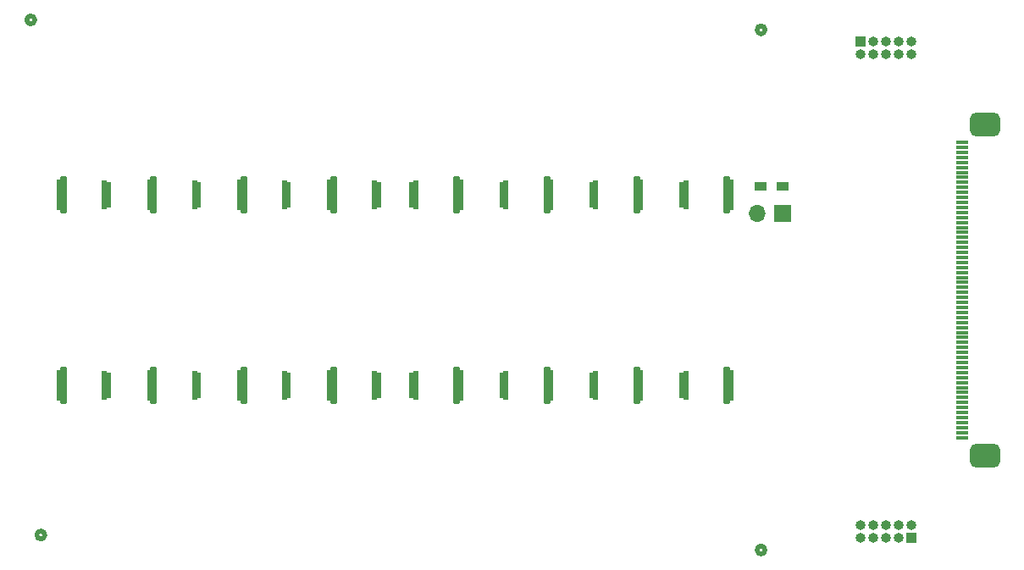
<source format=gts>
G04 #@! TF.GenerationSoftware,KiCad,Pcbnew,(6.0.5-0)*
G04 #@! TF.CreationDate,2023-01-18T02:45:55+09:00*
G04 #@! TF.ProjectId,photo-single,70686f74-6f2d-4736-996e-676c652e6b69,rev?*
G04 #@! TF.SameCoordinates,Original*
G04 #@! TF.FileFunction,Soldermask,Top*
G04 #@! TF.FilePolarity,Negative*
%FSLAX46Y46*%
G04 Gerber Fmt 4.6, Leading zero omitted, Abs format (unit mm)*
G04 Created by KiCad (PCBNEW (6.0.5-0)) date 2023-01-18 02:45:55*
%MOMM*%
%LPD*%
G01*
G04 APERTURE LIST*
G04 Aperture macros list*
%AMRoundRect*
0 Rectangle with rounded corners*
0 $1 Rounding radius*
0 $2 $3 $4 $5 $6 $7 $8 $9 X,Y pos of 4 corners*
0 Add a 4 corners polygon primitive as box body*
4,1,4,$2,$3,$4,$5,$6,$7,$8,$9,$2,$3,0*
0 Add four circle primitives for the rounded corners*
1,1,$1+$1,$2,$3*
1,1,$1+$1,$4,$5*
1,1,$1+$1,$6,$7*
1,1,$1+$1,$8,$9*
0 Add four rect primitives between the rounded corners*
20,1,$1+$1,$2,$3,$4,$5,0*
20,1,$1+$1,$4,$5,$6,$7,0*
20,1,$1+$1,$6,$7,$8,$9,0*
20,1,$1+$1,$8,$9,$2,$3,0*%
G04 Aperture macros list end*
%ADD10C,0.475000*%
%ADD11RoundRect,0.030000X0.265000X1.780000X-0.265000X1.780000X-0.265000X-1.780000X0.265000X-1.780000X0*%
%ADD12RoundRect,0.180000X0.270000X1.370000X-0.270000X1.370000X-0.270000X-1.370000X0.270000X-1.370000X0*%
%ADD13RoundRect,0.030000X0.205000X1.420000X-0.205000X1.420000X-0.205000X-1.420000X0.205000X-1.420000X0*%
%ADD14RoundRect,0.180000X0.270000X1.120000X-0.270000X1.120000X-0.270000X-1.120000X0.270000X-1.120000X0*%
%ADD15RoundRect,0.030000X-0.265000X-1.780000X0.265000X-1.780000X0.265000X1.780000X-0.265000X1.780000X0*%
%ADD16RoundRect,0.180000X-0.270000X-1.370000X0.270000X-1.370000X0.270000X1.370000X-0.270000X1.370000X0*%
%ADD17RoundRect,0.180000X-0.270000X-1.120000X0.270000X-1.120000X0.270000X1.120000X-0.270000X1.120000X0*%
%ADD18RoundRect,0.030000X-0.205000X-1.420000X0.205000X-1.420000X0.205000X1.420000X-0.205000X1.420000X0*%
%ADD19R,1.700000X1.700000*%
%ADD20O,1.700000X1.700000*%
%ADD21R,1.000000X1.000000*%
%ADD22O,1.000000X1.000000*%
%ADD23RoundRect,0.072295X0.552705X-0.072295X0.552705X0.072295X-0.552705X0.072295X-0.552705X-0.072295X0*%
%ADD24RoundRect,0.600000X0.899999X-0.600000X0.899999X0.600000X-0.899999X0.600000X-0.899999X-0.600000X0*%
%ADD25R,1.200000X0.900000*%
G04 APERTURE END LIST*
D10*
X149636000Y-76000000D02*
G75*
G03*
X149636000Y-76000000I-400000J0D01*
G01*
X77636000Y-126500000D02*
G75*
G03*
X77636000Y-126500000I-400000J0D01*
G01*
X149636000Y-128000000D02*
G75*
G03*
X149636000Y-128000000I-400000J0D01*
G01*
X76636000Y-75000000D02*
G75*
G03*
X76636000Y-75000000I-400000J0D01*
G01*
D11*
X136812219Y-92502066D03*
D12*
X137032219Y-92502066D03*
D13*
X132717219Y-92502066D03*
D14*
X132502219Y-92502066D03*
D12*
X128032219Y-92502066D03*
D11*
X127812219Y-92502066D03*
D14*
X123502219Y-92502066D03*
D13*
X123717219Y-92502066D03*
D11*
X118812219Y-92502066D03*
D12*
X119032219Y-92502066D03*
D14*
X114502219Y-92502066D03*
D13*
X114717219Y-92502066D03*
D15*
X106502211Y-92502066D03*
D16*
X106282211Y-92502066D03*
D17*
X110812211Y-92502066D03*
D18*
X110597211Y-92502066D03*
D15*
X97502211Y-92502066D03*
D16*
X97282211Y-92502066D03*
D17*
X101812211Y-92502066D03*
D18*
X101597211Y-92502066D03*
D15*
X88502211Y-92502066D03*
D16*
X88282211Y-92502066D03*
D17*
X92812211Y-92502066D03*
D18*
X92597211Y-92502066D03*
D15*
X79502211Y-92502066D03*
D16*
X79282211Y-92502066D03*
D17*
X83812211Y-92502066D03*
D18*
X83597211Y-92502066D03*
D15*
X97502211Y-111501633D03*
D16*
X97282211Y-111501633D03*
D17*
X101812211Y-111501633D03*
D18*
X101597211Y-111501633D03*
D16*
X88282211Y-111501633D03*
D15*
X88502211Y-111501633D03*
D18*
X92597211Y-111501633D03*
D17*
X92812211Y-111501633D03*
D16*
X79282211Y-111501633D03*
D15*
X79502211Y-111501633D03*
D17*
X83812211Y-111501633D03*
D18*
X83597211Y-111501633D03*
D15*
X106502211Y-111501633D03*
D16*
X106282211Y-111501633D03*
D17*
X110812211Y-111501633D03*
D18*
X110597211Y-111501633D03*
D11*
X118812219Y-111501635D03*
D12*
X119032219Y-111501635D03*
D13*
X114717219Y-111501635D03*
D14*
X114502219Y-111501635D03*
D11*
X127812219Y-111501633D03*
D12*
X128032219Y-111501633D03*
D14*
X123502219Y-111501633D03*
D13*
X123717219Y-111501633D03*
D11*
X136812219Y-111501633D03*
D12*
X137032219Y-111501633D03*
D14*
X132502219Y-111501633D03*
D13*
X132717219Y-111501633D03*
D12*
X146032219Y-92502054D03*
D11*
X145812219Y-92502054D03*
D13*
X141717219Y-92502054D03*
D14*
X141502219Y-92502054D03*
D19*
X151385000Y-94360000D03*
D20*
X148845000Y-94360000D03*
D21*
X159141000Y-77187000D03*
D22*
X159141000Y-78457000D03*
X160411000Y-77187000D03*
X160411000Y-78457000D03*
X161681000Y-77187000D03*
X161681000Y-78457000D03*
X162951000Y-77187000D03*
X162951000Y-78457000D03*
X164221000Y-77187000D03*
X164221000Y-78457000D03*
X159141000Y-125543000D03*
X159141000Y-126813000D03*
X160411000Y-125543000D03*
X160411000Y-126813000D03*
X161681000Y-125543000D03*
X161681000Y-126813000D03*
X162951000Y-125543000D03*
X162951000Y-126813000D03*
X164221000Y-125543000D03*
D21*
X164221000Y-126813000D03*
D11*
X145812219Y-111501633D03*
D12*
X146032219Y-111501633D03*
D13*
X141717219Y-111501633D03*
D14*
X141502219Y-111501633D03*
D23*
X169309993Y-116750000D03*
X169309993Y-116250000D03*
X169309993Y-115750000D03*
X169309993Y-115250000D03*
X169309993Y-114750000D03*
X169309993Y-114250000D03*
X169309993Y-113750001D03*
X169309993Y-113249999D03*
X169309993Y-112750000D03*
X169309993Y-112249999D03*
X169309993Y-111750000D03*
X169309993Y-111250001D03*
X169309993Y-110749999D03*
X169309993Y-110250000D03*
X169309993Y-109749999D03*
X169309993Y-109250000D03*
X169309993Y-108750001D03*
X169309993Y-108249999D03*
X169309993Y-107750000D03*
X169309993Y-107250001D03*
X169309993Y-106750000D03*
X169309993Y-106250001D03*
X169309993Y-105749999D03*
X169309993Y-105250000D03*
X169309993Y-104750001D03*
X169309993Y-104250000D03*
X169309993Y-103750001D03*
X169309993Y-103249999D03*
X169309993Y-102750000D03*
X169309993Y-102250001D03*
X169309993Y-101750000D03*
X169309993Y-101250001D03*
X169309993Y-100749999D03*
X169309993Y-100250000D03*
X169309993Y-99750001D03*
X169309993Y-99249999D03*
X169309993Y-98750000D03*
X169309993Y-98249999D03*
X169309993Y-97750000D03*
X169309993Y-97250001D03*
X169309993Y-96749999D03*
X169309993Y-96250000D03*
X169309993Y-95749999D03*
X169309993Y-95250000D03*
X169309993Y-94750001D03*
X169309993Y-94249999D03*
X169309993Y-93750000D03*
X169309993Y-93249999D03*
X169309993Y-92750000D03*
X169309993Y-92250001D03*
X169309993Y-91749999D03*
X169309993Y-91250000D03*
X169309993Y-90750001D03*
X169309993Y-90250002D03*
X169309993Y-89750003D03*
X169309993Y-89250004D03*
X169309993Y-88750005D03*
X169309993Y-88250006D03*
X169309993Y-87750007D03*
X169309993Y-87250008D03*
D24*
X171634993Y-118550000D03*
X171634993Y-85450012D03*
D25*
X151430000Y-91670000D03*
X149230000Y-91670000D03*
M02*

</source>
